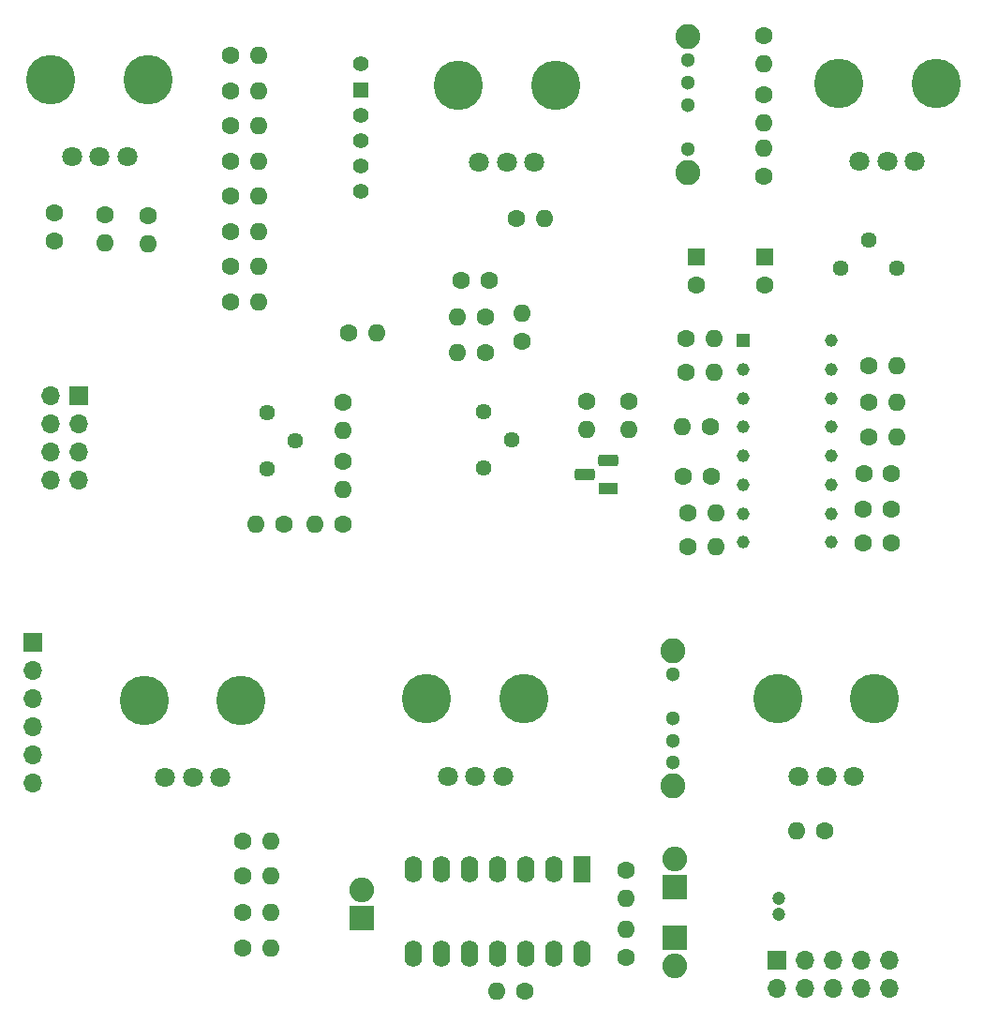
<source format=gbs>
%TF.GenerationSoftware,KiCad,Pcbnew,8.0.8*%
%TF.CreationDate,2025-06-29T12:55:01+09:00*%
%TF.ProjectId,VCOSeparate,56434f53-6570-4617-9261-74652e6b6963,rev?*%
%TF.SameCoordinates,Original*%
%TF.FileFunction,Soldermask,Bot*%
%TF.FilePolarity,Negative*%
%FSLAX46Y46*%
G04 Gerber Fmt 4.6, Leading zero omitted, Abs format (unit mm)*
G04 Created by KiCad (PCBNEW 8.0.8) date 2025-06-29 12:55:01*
%MOMM*%
%LPD*%
G01*
G04 APERTURE LIST*
G04 Aperture macros list*
%AMRoundRect*
0 Rectangle with rounded corners*
0 $1 Rounding radius*
0 $2 $3 $4 $5 $6 $7 $8 $9 X,Y pos of 4 corners*
0 Add a 4 corners polygon primitive as box body*
4,1,4,$2,$3,$4,$5,$6,$7,$8,$9,$2,$3,0*
0 Add four circle primitives for the rounded corners*
1,1,$1+$1,$2,$3*
1,1,$1+$1,$4,$5*
1,1,$1+$1,$6,$7*
1,1,$1+$1,$8,$9*
0 Add four rect primitives between the rounded corners*
20,1,$1+$1,$2,$3,$4,$5,0*
20,1,$1+$1,$4,$5,$6,$7,0*
20,1,$1+$1,$6,$7,$8,$9,0*
20,1,$1+$1,$8,$9,$2,$3,0*%
G04 Aperture macros list end*
%ADD10C,1.600000*%
%ADD11R,2.240000X2.240000*%
%ADD12O,2.240000X2.240000*%
%ADD13O,1.600000X1.600000*%
%ADD14R,1.600000X1.600000*%
%ADD15C,1.800000*%
%ADD16C,4.455000*%
%ADD17R,1.800000X1.100000*%
%ADD18RoundRect,0.275000X0.625000X-0.275000X0.625000X0.275000X-0.625000X0.275000X-0.625000X-0.275000X0*%
%ADD19C,1.440000*%
%ADD20R,1.700000X1.700000*%
%ADD21O,1.700000X1.700000*%
%ADD22R,1.400000X1.400000*%
%ADD23C,1.400000*%
%ADD24R,1.600000X2.400000*%
%ADD25O,1.600000X2.400000*%
%ADD26R,1.159000X1.159000*%
%ADD27C,1.159000*%
%ADD28C,1.300000*%
%ADD29C,2.250000*%
%ADD30C,1.200000*%
G04 APERTURE END LIST*
D10*
%TO.C,C55*%
X224068000Y-99759900D03*
X226568000Y-99759900D03*
%TD*%
D11*
%TO.C,D28*%
X178689000Y-139907000D03*
D12*
X178689000Y-137367000D03*
%TD*%
D10*
%TO.C,R45*%
X166878000Y-61976000D03*
D13*
X169418000Y-61976000D03*
%TD*%
D10*
%TO.C,R114*%
X177038000Y-104267000D03*
D13*
X174498000Y-104267000D03*
%TD*%
D14*
%TO.C,C50*%
X208915000Y-80177000D03*
D10*
X208915000Y-82677000D03*
%TD*%
%TO.C,R259*%
X167963000Y-142574000D03*
D13*
X170503000Y-142574000D03*
%TD*%
D10*
%TO.C,R43*%
X166878000Y-68326000D03*
D13*
X169418000Y-68326000D03*
%TD*%
D10*
%TO.C,R1*%
X159422000Y-76425000D03*
D13*
X159422000Y-78965000D03*
%TD*%
D10*
%TO.C,R128*%
X210185000Y-95504000D03*
D13*
X207645000Y-95504000D03*
%TD*%
D15*
%TO.C,VR3*%
X152522000Y-71135000D03*
X155022000Y-71135000D03*
X157522000Y-71135000D03*
D16*
X150622000Y-64135000D03*
X159422000Y-64135000D03*
%TD*%
D10*
%TO.C,R118*%
X224507000Y-89980900D03*
D13*
X227047000Y-89980900D03*
%TD*%
D10*
%TO.C,R125*%
X208153000Y-103315900D03*
D13*
X210693000Y-103315900D03*
%TD*%
D10*
%TO.C,R214*%
X215011000Y-60198000D03*
D13*
X215011000Y-62738000D03*
%TD*%
D10*
%TO.C,R186*%
X167992000Y-136097000D03*
D13*
X170532000Y-136097000D03*
%TD*%
D17*
%TO.C,Q18*%
X200945000Y-101092000D03*
D18*
X198875000Y-99822000D03*
X200945000Y-98552000D03*
%TD*%
D10*
%TO.C,C42*%
X187706000Y-82296000D03*
X190206000Y-82296000D03*
%TD*%
%TO.C,R44*%
X166878000Y-65151000D03*
D13*
X169418000Y-65151000D03*
%TD*%
D10*
%TO.C,R123*%
X193450000Y-146431000D03*
D13*
X190910000Y-146431000D03*
%TD*%
D10*
%TO.C,R193*%
X215011000Y-72898000D03*
D13*
X215011000Y-70358000D03*
%TD*%
D10*
%TO.C,R189*%
X202565000Y-135560000D03*
D13*
X202565000Y-138100000D03*
%TD*%
D15*
%TO.C,VR10*%
X218168000Y-127065000D03*
X220668000Y-127065000D03*
X223168000Y-127065000D03*
D16*
X216268000Y-120065000D03*
X225068000Y-120065000D03*
%TD*%
D19*
%TO.C,TM5*%
X170180000Y-99314000D03*
X172720000Y-96774000D03*
X170180000Y-94234000D03*
%TD*%
D10*
%TO.C,R104*%
X192659000Y-76708000D03*
D13*
X195199000Y-76708000D03*
%TD*%
D10*
%TO.C,C53*%
X226548000Y-102934900D03*
X224048000Y-102934900D03*
%TD*%
%TO.C,R120*%
X208026000Y-87567900D03*
D13*
X210566000Y-87567900D03*
%TD*%
D20*
%TO.C,J4*%
X149000000Y-115000000D03*
D21*
X149000000Y-117540000D03*
X149000000Y-120080000D03*
X149000000Y-122620000D03*
X149000000Y-125160000D03*
X149000000Y-127700000D03*
%TD*%
D20*
%TO.C,J5*%
X153162000Y-92710000D03*
D21*
X150622000Y-92710000D03*
X153162000Y-95250000D03*
X150622000Y-95250000D03*
X153162000Y-97790000D03*
X150622000Y-97790000D03*
X153162000Y-100330000D03*
X150622000Y-100330000D03*
%TD*%
D10*
%TO.C,R55*%
X215011000Y-65503000D03*
D13*
X215011000Y-68043000D03*
%TD*%
D10*
%TO.C,R40*%
X166878000Y-77851000D03*
D13*
X169418000Y-77851000D03*
%TD*%
D15*
%TO.C,VR6*%
X223687000Y-71544000D03*
X226187000Y-71544000D03*
X228687000Y-71544000D03*
D16*
X221787000Y-64544000D03*
X230587000Y-64544000D03*
%TD*%
D22*
%TO.C,S1*%
X178607000Y-65066000D03*
D23*
X178607000Y-67366000D03*
X178607000Y-69666000D03*
X178607000Y-71966000D03*
X178607000Y-62766000D03*
X178607000Y-74266000D03*
%TD*%
D10*
%TO.C,R102*%
X189865000Y-85598000D03*
D13*
X187325000Y-85598000D03*
%TD*%
D24*
%TO.C,IC4*%
X198628000Y-135447000D03*
D25*
X196088000Y-135447000D03*
X193548000Y-135447000D03*
X191008000Y-135447000D03*
X188468000Y-135447000D03*
X185928000Y-135447000D03*
X183388000Y-135447000D03*
X183388000Y-143067000D03*
X185928000Y-143067000D03*
X188468000Y-143067000D03*
X191008000Y-143067000D03*
X193548000Y-143067000D03*
X196088000Y-143067000D03*
X198628000Y-143067000D03*
%TD*%
D15*
%TO.C,VR4*%
X189315000Y-71643000D03*
X191815000Y-71643000D03*
X194315000Y-71643000D03*
D16*
X187415000Y-64643000D03*
X196215000Y-64643000D03*
%TD*%
D15*
%TO.C,VR9*%
X186478000Y-127065000D03*
X188978000Y-127065000D03*
X191478000Y-127065000D03*
D16*
X184578000Y-120065000D03*
X193378000Y-120065000D03*
%TD*%
D26*
%TO.C,IC1*%
X213201000Y-87726900D03*
D27*
X213201000Y-90329900D03*
X213201000Y-92933900D03*
X213201000Y-95536900D03*
X213201000Y-98140900D03*
X213201000Y-100743900D03*
X213201000Y-103347900D03*
X213201000Y-105950900D03*
X221139000Y-105950900D03*
X221139000Y-103347900D03*
X221139000Y-100743900D03*
X221139000Y-98140900D03*
X221139000Y-95536900D03*
X221139000Y-92933900D03*
X221139000Y-90329900D03*
X221139000Y-87726900D03*
%TD*%
D28*
%TO.C,S3*%
X206785000Y-117826000D03*
X206785000Y-121826000D03*
X206785000Y-123826000D03*
X206785000Y-125826000D03*
D29*
X206785000Y-115726000D03*
X206785000Y-127926000D03*
%TD*%
D10*
%TO.C,R191*%
X193167000Y-87757000D03*
D13*
X193167000Y-85217000D03*
%TD*%
D10*
%TO.C,R188*%
X220501000Y-132018000D03*
D13*
X217961000Y-132018000D03*
%TD*%
D28*
%TO.C,S2*%
X208153000Y-70417000D03*
X208153000Y-66417000D03*
X208153000Y-64417000D03*
X208153000Y-62417000D03*
D29*
X208153000Y-72517000D03*
X208153000Y-60317000D03*
%TD*%
D10*
%TO.C,R124*%
X199009000Y-93218000D03*
D13*
X199009000Y-95758000D03*
%TD*%
D10*
%TO.C,R121*%
X208026000Y-90615900D03*
D13*
X210566000Y-90615900D03*
%TD*%
D10*
%TO.C,R129*%
X202819000Y-93218000D03*
D13*
X202819000Y-95758000D03*
%TD*%
D14*
%TO.C,C49*%
X215138000Y-80177000D03*
D10*
X215138000Y-82677000D03*
%TD*%
%TO.C,R38*%
X166878000Y-84201000D03*
D13*
X169418000Y-84201000D03*
%TD*%
D10*
%TO.C,R187*%
X167992000Y-132922000D03*
D13*
X170532000Y-132922000D03*
%TD*%
D10*
%TO.C,R126*%
X208153000Y-106363900D03*
D13*
X210693000Y-106363900D03*
%TD*%
D10*
%TO.C,R190*%
X202565000Y-143463000D03*
D13*
X202565000Y-140923000D03*
%TD*%
D10*
%TO.C,R117*%
X177023000Y-93316000D03*
D13*
X177023000Y-95856000D03*
%TD*%
D20*
%TO.C,J3*%
X216218000Y-143702000D03*
D21*
X216218000Y-146242000D03*
X218758000Y-143702000D03*
X218758000Y-146242000D03*
X221298000Y-143702000D03*
X221298000Y-146242000D03*
X223838000Y-143702000D03*
X223838000Y-146242000D03*
X226378000Y-143702000D03*
X226378000Y-146242000D03*
%TD*%
D10*
%TO.C,R127*%
X224507000Y-96457900D03*
D13*
X227047000Y-96457900D03*
%TD*%
D10*
%TO.C,R101*%
X189870000Y-88803000D03*
D13*
X187330000Y-88803000D03*
%TD*%
D10*
%TO.C,C51*%
X207772000Y-100013900D03*
X210272000Y-100013900D03*
%TD*%
%TO.C,R41*%
X166878000Y-74676000D03*
D13*
X169418000Y-74676000D03*
%TD*%
D10*
%TO.C,C52*%
X226528000Y-105982900D03*
X224028000Y-105982900D03*
%TD*%
%TO.C,R2*%
X155485000Y-76327000D03*
D13*
X155485000Y-78867000D03*
%TD*%
D19*
%TO.C,TM4*%
X189738000Y-99187000D03*
X192278000Y-96647000D03*
X189738000Y-94107000D03*
%TD*%
D10*
%TO.C,R119*%
X224536000Y-93282900D03*
D13*
X227076000Y-93282900D03*
%TD*%
D10*
%TO.C,R258*%
X167992000Y-139399000D03*
D13*
X170532000Y-139399000D03*
%TD*%
D10*
%TO.C,R115*%
X171704000Y-104267000D03*
D13*
X169164000Y-104267000D03*
%TD*%
D19*
%TO.C,TM6*%
X227076000Y-81217900D03*
X224536000Y-78677900D03*
X221996000Y-81217900D03*
%TD*%
D10*
%TO.C,R42*%
X166878000Y-71501000D03*
D13*
X169418000Y-71501000D03*
%TD*%
D11*
%TO.C,D31*%
X207010000Y-137113000D03*
D12*
X207010000Y-134573000D03*
%TD*%
D10*
%TO.C,R116*%
X177023000Y-98650000D03*
D13*
X177023000Y-101190000D03*
%TD*%
D10*
%TO.C,R112*%
X177546000Y-86995000D03*
D13*
X180086000Y-86995000D03*
%TD*%
D11*
%TO.C,D32*%
X207010000Y-141644000D03*
D12*
X207010000Y-144184000D03*
%TD*%
D30*
%TO.C,C54*%
X216378000Y-138057000D03*
X216378000Y-139557000D03*
%TD*%
D10*
%TO.C,R39*%
X166878000Y-81026000D03*
D13*
X169418000Y-81026000D03*
%TD*%
D15*
%TO.C,VR8*%
X160933000Y-127207000D03*
X163433000Y-127207000D03*
X165933000Y-127207000D03*
D16*
X159033000Y-120207000D03*
X167833000Y-120207000D03*
%TD*%
D10*
%TO.C,C1*%
X150913000Y-78700000D03*
X150913000Y-76200000D03*
%TD*%
M02*

</source>
